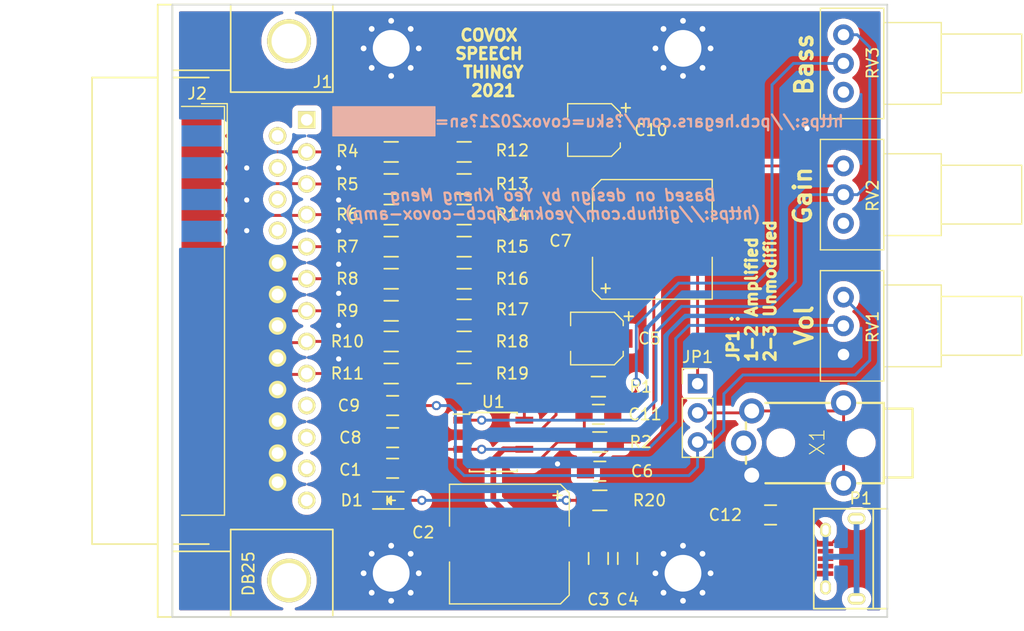
<source format=kicad_pcb>
(kicad_pcb (version 20171130) (host pcbnew "(5.1.9)-1")
  (title_block (title "Covox with Amplifier") (date 2016-07-24) (rev 3) (comment 1 "Designed by Yeo Kheng Meng"))
  (layers (0 F.Cu signal) (31 B.Cu signal) (34 B.Paste user) (35 F.Paste user) (36 B.SilkS user) (37 F.SilkS user) (38 B.Mask user) (39 F.Mask user) (44 Edge.Cuts user))
  (net 0 "")
  (net 1 GND)
  (net 2 Input+)
  (net 3 +5V)
  (net 4 "Net-(C5-Pad1)")
  (net 5 "Net-(C6-Pad1)")
  (net 6 Amp-Audio)
  (net 7 "Net-(C8-Pad1)")
  (net 8 Source-Audio)
  (net 9 "Net-(C10-Pad1)")
  (net 10 Gain8)
  (net 11 Vout)
  (net 12 "Net-(C11-Pad2)")
  (net 13 Data7)
  (net 14 Data6)
  (net 15 Data5)
  (net 16 Data4)
  (net 17 Data3)
  (net 18 Data2)
  (net 19 Data1)
  (net 20 Data0)
  (net 21 "Net-(R1-Pad2)")
  (net 22 "Net-(R12-Pad2)")
  (net 23 "Net-(R12-Pad1)")
  (net 24 "Net-(R13-Pad1)")
  (net 25 "Net-(R14-Pad1)")
  (net 26 "Net-(R15-Pad1)")
  (net 27 "Net-(R16-Pad1)")
  (net 28 "Net-(R10-Pad1)")
  (net 29 "Net-(R11-Pad1)")
  (net 30 Gain1)
  (net 31 "Net-(D1-Pad2)")
  (net 32 "Net-(C12-Pad2)")
  (net 33 "Net-(J1-Pad13)")
  (net 34 "Net-(J1-Pad12)")
  (net 35 "Net-(J1-Pad11)")
  (net 36 "Net-(J1-Pad10)")
  (net 37 "Net-(J1-Pad1)")
  (net 38 "Net-(J1-Pad17)")
  (net 39 "Net-(J1-Pad16)")
  (net 40 "Net-(J1-Pad15)")
  (net 41 "Net-(J1-Pad14)")
  (net 42 "Net-(J2-Pad14)")
  (net 43 "Net-(J2-Pad15)")
  (net 44 "Net-(J2-Pad16)")
  (net 45 "Net-(J2-Pad17)")
  (net 46 "Net-(J2-Pad1)")
  (net 47 "Net-(J2-Pad10)")
  (net 48 "Net-(J2-Pad11)")
  (net 49 "Net-(J2-Pad12)")
  (net 50 "Net-(J2-Pad13)")
  (net 51 "Net-(JP1-Pad2)")
  (net 52 "Net-(P1-Pad2)")
  (net 53 "Net-(P1-Pad3)")
  (net 54 "Net-(P1-Pad4)")
  (net 55 "Net-(RV2-Pad1)")
  (net 56 "Net-(RV3-Pad1)")
  (net 57 "Net-(X1-PadP$1)")
  (module Potentiometers:Potentiometer_Alps_RK09Y_Vertical (layer F.Cu) (at 158.42 96.28)
    (fp_text reference RV3 (at 2.54 -2.54 90) (layer F.SilkS))
    (fp_text value 10K)
    (pad 3 thru_hole circle (at 0 -5) (size 1.8 1.8) (drill 1) (layers *.Cu *.Mask) (net 30 Gain1))
    (pad 2 thru_hole circle (at 0 -2.5) (size 1.8 1.8) (drill 1) (layers *.Cu *.Mask) (net 12 "Net-(C11-Pad2)"))
    (pad 1 thru_hole circle (at 0 0) (size 1.8 1.8) (drill 1) (layers *.Cu *.Mask) (net 56 "Net-(RV3-Pad1)"))
  )
  (module db25:DB25MC (layer F.Cu) (at 111.43 115.33 90)
    (fp_text reference J1 (at 19.939 1.651) (layer F.SilkS))
    (fp_text value DB25 (at -22.9 -4.8 90) (layer F.SilkS))
    (pad "" thru_hole circle (at 23.495 -1.27 90) (size 3.81 3.81) (drill 3.048) (layers *.Cu *.Mask F.SilkS))
    (pad "" thru_hole circle (at -23.495 -1.27 90) (size 3.81 3.81) (drill 3.048) (layers *.Cu *.Mask F.SilkS))
    (pad 13 thru_hole circle (at -16.51 0.27 90) (size 1.524 1.524) (drill 1.016) (layers *.Cu *.Mask F.SilkS) (net 33 "Net-(J1-Pad13)"))
    (pad 12 thru_hole circle (at -13.716 0.27 90) (size 1.524 1.524) (drill 1.016) (layers *.Cu *.Mask F.SilkS) (net 34 "Net-(J1-Pad12)"))
    (pad 11 thru_hole circle (at -11.049 0.27 90) (size 1.524 1.524) (drill 1.016) (layers *.Cu *.Mask F.SilkS) (net 35 "Net-(J1-Pad11)"))
    (pad 10 thru_hole circle (at -8.255 0.27 90) (size 1.524 1.524) (drill 1.016) (layers *.Cu *.Mask F.SilkS) (net 36 "Net-(J1-Pad10)"))
    (pad 9 thru_hole circle (at -5.461 0.27 90) (size 1.524 1.524) (drill 1.016) (layers *.Cu *.Mask F.SilkS) (net 13 Data7))
    (pad 8 thru_hole circle (at -2.667 0.27 90) (size 1.524 1.524) (drill 1.016) (layers *.Cu *.Mask F.SilkS) (net 14 Data6))
    (pad 7 thru_hole circle (at 0 0.27 90) (size 1.524 1.524) (drill 1.016) (layers *.Cu *.Mask F.SilkS) (net 15 Data5))
    (pad 6 thru_hole circle (at 2.794 0.27 90) (size 1.524 1.524) (drill 1.016) (layers *.Cu *.Mask F.SilkS) (net 16 Data4))
    (pad 5 thru_hole circle (at 5.588 0.27 90) (size 1.524 1.524) (drill 1.016) (layers *.Cu *.Mask F.SilkS) (net 17 Data3))
    (pad 4 thru_hole circle (at 8.382 0.27 90) (size 1.524 1.524) (drill 1.016) (layers *.Cu *.Mask F.SilkS) (net 18 Data2))
    (pad 3 thru_hole circle (at 11.049 0.27 90) (size 1.524 1.524) (drill 1.016) (layers *.Cu *.Mask F.SilkS) (net 19 Data1))
    (pad 2 thru_hole circle (at 13.843 0.27 90) (size 1.524 1.524) (drill 1.016) (layers *.Cu *.Mask F.SilkS) (net 20 Data0))
    (pad 1 thru_hole rect (at 16.637 0.27 90) (size 1.524 1.524) (drill 1.016) (layers *.Cu *.Mask F.SilkS) (net 37 "Net-(J1-Pad1)"))
    (pad 25 thru_hole circle (at -14.9352 -2.27 90) (size 1.524 1.524) (drill 1.016) (layers *.Cu *.Mask F.SilkS) (net 1 GND))
    (pad 24 thru_hole circle (at -12.3952 -2.27 90) (size 1.524 1.524) (drill 1.016) (layers *.Cu *.Mask F.SilkS) (net 1 GND))
    (pad 23 thru_hole circle (at -9.6012 -2.27 90) (size 1.524 1.524) (drill 1.016) (layers *.Cu *.Mask F.SilkS) (net 1 GND))
    (pad 22 thru_hole circle (at -6.858 -2.27 90) (size 1.524 1.524) (drill 1.016) (layers *.Cu *.Mask F.SilkS) (net 1 GND))
    (pad 21 thru_hole circle (at -4.1148 -2.27 90) (size 1.524 1.524) (drill 1.016) (layers *.Cu *.Mask F.SilkS) (net 1 GND))
    (pad 20 thru_hole circle (at -1.3208 -2.27 90) (size 1.524 1.524) (drill 1.016) (layers *.Cu *.Mask F.SilkS) (net 1 GND))
    (pad 19 thru_hole circle (at 1.4224 -2.27 90) (size 1.524 1.524) (drill 1.016) (layers *.Cu *.Mask F.SilkS) (net 1 GND))
    (pad 18 thru_hole circle (at 4.1656 -2.27 90) (size 1.524 1.524) (drill 1.016) (layers *.Cu *.Mask F.SilkS) (net 1 GND))
    (pad 17 thru_hole circle (at 7.0104 -2.27 90) (size 1.524 1.524) (drill 1.016) (layers *.Cu *.Mask F.SilkS) (net 38 "Net-(J1-Pad17)"))
    (pad 16 thru_hole circle (at 9.7028 -2.27 90) (size 1.524 1.524) (drill 1.016) (layers *.Cu *.Mask F.SilkS) (net 39 "Net-(J1-Pad16)"))
    (pad 15 thru_hole circle (at 12.446 -2.27 90) (size 1.524 1.524) (drill 1.016) (layers *.Cu *.Mask F.SilkS) (net 40 "Net-(J1-Pad15)"))
    (pad 14 thru_hole circle (at 15.24 -2.27 90) (size 1.524 1.524) (drill 1.016) (layers *.Cu *.Mask F.SilkS) (net 41 "Net-(J1-Pad14)"))
  )
  (module Capacitors_SMD:CP_Elec_4x5.3 (layer F.Cu) (at 136.703 99.582 180)
    (fp_text reference C10 (at -4.953 0) (layer F.SilkS))
    (fp_text value 10uF hide)
    (fp_text user + (at -2.77 2.01) (layer F.SilkS))
    (pad 1 smd rect (at -1.8 0) (size 2.6 1.6) (layers F.Cu F.Paste F.Mask) (net 9 "Net-(C10-Pad1)"))
    (pad 2 smd rect (at 1.8 0) (size 2.6 1.6) (layers F.Cu F.Paste F.Mask) (net 10 Gain8))
  )
  (module Capacitors_SMD:CP_Elec_4x5.3 (layer F.Cu) (at 136.957 117.743 180)
    (fp_text reference C5 (at -4.572 0 180) (layer F.SilkS))
    (fp_text value 10uF hide)
    (fp_text user + (at -2.77 2.01) (layer F.SilkS))
    (pad 1 smd rect (at -1.8 0) (size 2.6 1.6) (layers F.Cu F.Paste F.Mask) (net 4 "Net-(C5-Pad1)"))
    (pad 2 smd rect (at 1.8 0) (size 2.6 1.6) (layers F.Cu F.Paste F.Mask) (net 1 GND))
  )
  (module Capacitors_SMD:CP_Elec_10x10.5 (layer F.Cu) (at 141.783 109.107)
    (fp_text reference C7 (at -8.001 0.127 180) (layer F.SilkS))
    (fp_text value 1000uF hide)
    (fp_text user + (at -4.064 4.191) (layer F.SilkS))
    (pad 1 smd rect (at -4 0 180) (size 4 2.5) (layers F.Cu F.Paste F.Mask) (net 5 "Net-(C6-Pad1)"))
    (pad 2 smd rect (at 4 0 180) (size 4 2.5) (layers F.Cu F.Paste F.Mask) (net 6 Amp-Audio))
  )
  (module Capacitors_SMD:CP_Elec_10x10.5 (layer F.Cu) (at 129.337 135.65 180)
    (fp_text reference C2 (at 7.493 1.016) (layer F.SilkS))
    (fp_text value 100uF hide)
    (fp_text user + (at -4.191 4.318) (layer F.SilkS))
    (pad 1 smd rect (at -4 0) (size 4 2.5) (layers F.Cu F.Paste F.Mask) (net 3 +5V))
    (pad 2 smd rect (at 4 0) (size 4 2.5) (layers F.Cu F.Paste F.Mask) (net 1 GND))
  )
  (module Sebs:mj-2135-MJ-2135 (layer F.Cu) (at 155.88 126.76 270)
    (fp_text reference X1 (at 0 -0.254 270) (layer F.SilkS) (effects (font (size 1.27 1.27) (thickness 0.1016))))
    (fp_text value Amp hide)
    (pad "" np_thru_hole circle (at 0.06 2.92 270) (size 1.5 1.5) (drill 1.5) (layers *.Cu *.Mask))
    (pad "" np_thru_hole circle (at 0.07 -4.09 270) (size 1.5 1.5) (drill 1.5) (layers *.Cu *.Mask))
    (pad P$5 thru_hole circle (at 3.58902 -2.54762 270) (size 2.18186 2.18186) (drill 1.29794) (layers *.Cu *.Mask F.Paste) (net 51 "Net-(JP1-Pad2)"))
    (pad P$4 thru_hole circle (at -3.40868 -2.54762 270) (size 2.18186 2.18186) (drill 1.29794) (layers *.Cu *.Mask F.Paste) (net 51 "Net-(JP1-Pad2)"))
    (pad P$3 thru_hole circle (at -2.70764 5.4483 270) (size 2.18186 2.18186) (drill 1.29794) (layers *.Cu *.Mask F.Paste) (net 51 "Net-(JP1-Pad2)"))
    (pad P$2 thru_hole circle (at 2.88798 5.4483 270) (size 2.18186 2.18186) (drill 1.29794) (layers *.Cu *.Mask F.Paste) (net 1 GND))
    (pad P$1 thru_hole circle (at 0.0889 6.14934 270) (size 2.18186 2.18186) (drill 1.29794) (layers *.Cu *.Mask F.Paste) (net 57 "Net-(X1-PadP$1)"))
  )
  (module Potentiometers:Potentiometer_Alps_RK09Y_Vertical (layer F.Cu) (at 158.42 107.71)
    (fp_text reference RV2 (at 2.54 -2.413 90) (layer F.SilkS))
    (fp_text value 10K)
    (pad 3 thru_hole circle (at 0 -5) (size 1.8 1.8) (drill 1) (layers *.Cu *.Mask) (net 9 "Net-(C10-Pad1)"))
    (pad 2 thru_hole circle (at 0 -2.5) (size 1.8 1.8) (drill 1) (layers *.Cu *.Mask) (net 30 Gain1))
    (pad 1 thru_hole circle (at 0 0) (size 1.8 1.8) (drill 1) (layers *.Cu *.Mask) (net 55 "Net-(RV2-Pad1)"))
  )
  (module Mounting_Holes:MountingHole_3.2mm_M3_Pad_Via (layer F.Cu) (at 119.05 138.19)
    (fp_text reference MH3 hide)
    (fp_text value MOUNTHOLE)
    (pad 1 thru_hole circle (at 0 0) (size 6.4 6.4) (drill 3.2) (layers *.Cu *.Mask) (net 1 GND))
    (pad 1 thru_hole circle (at 2.4 0) (size 0.8 0.8) (drill 0.5) (layers *.Cu *.Mask) (net 1 GND))
    (pad 1 thru_hole circle (at 1.697056 1.697056) (size 0.8 0.8) (drill 0.5) (layers *.Cu *.Mask) (net 1 GND))
    (pad 1 thru_hole circle (at 0 2.4) (size 0.8 0.8) (drill 0.5) (layers *.Cu *.Mask) (net 1 GND))
    (pad 1 thru_hole circle (at -1.697056 1.697056) (size 0.8 0.8) (drill 0.5) (layers *.Cu *.Mask) (net 1 GND))
    (pad 1 thru_hole circle (at -2.4 0) (size 0.8 0.8) (drill 0.5) (layers *.Cu *.Mask) (net 1 GND))
    (pad 1 thru_hole circle (at -1.697056 -1.697056) (size 0.8 0.8) (drill 0.5) (layers *.Cu *.Mask) (net 1 GND))
    (pad 1 thru_hole circle (at 0 -2.4) (size 0.8 0.8) (drill 0.5) (layers *.Cu *.Mask) (net 1 GND))
    (pad 1 thru_hole circle (at 1.697056 -1.697056) (size 0.8 0.8) (drill 0.5) (layers *.Cu *.Mask) (net 1 GND))
  )
  (module Mounting_Holes:MountingHole_3.2mm_M3_Pad_Via (layer F.Cu) (at 119.05 92.47)
    (fp_text reference MH4 hide)
    (fp_text value MOUNTHOLE)
    (pad 1 thru_hole circle (at 0 0) (size 6.4 6.4) (drill 3.2) (layers *.Cu *.Mask) (net 1 GND))
    (pad 1 thru_hole circle (at 2.4 0) (size 0.8 0.8) (drill 0.5) (layers *.Cu *.Mask) (net 1 GND))
    (pad 1 thru_hole circle (at 1.697056 1.697056) (size 0.8 0.8) (drill 0.5) (layers *.Cu *.Mask) (net 1 GND))
    (pad 1 thru_hole circle (at 0 2.4) (size 0.8 0.8) (drill 0.5) (layers *.Cu *.Mask) (net 1 GND))
    (pad 1 thru_hole circle (at -1.697056 1.697056) (size 0.8 0.8) (drill 0.5) (layers *.Cu *.Mask) (net 1 GND))
    (pad 1 thru_hole circle (at -2.4 0) (size 0.8 0.8) (drill 0.5) (layers *.Cu *.Mask) (net 1 GND))
    (pad 1 thru_hole circle (at -1.697056 -1.697056) (size 0.8 0.8) (drill 0.5) (layers *.Cu *.Mask) (net 1 GND))
    (pad 1 thru_hole circle (at 0 -2.4) (size 0.8 0.8) (drill 0.5) (layers *.Cu *.Mask) (net 1 GND))
    (pad 1 thru_hole circle (at 1.697056 -1.697056) (size 0.8 0.8) (drill 0.5) (layers *.Cu *.Mask) (net 1 GND))
  )
  (module Mounting_Holes:MountingHole_3.2mm_M3_Pad_Via (layer F.Cu) (at 144.45 138.19)
    (fp_text reference MH2 hide)
    (fp_text value MOUNTHOLE)
    (pad 1 thru_hole circle (at 0 0) (size 6.4 6.4) (drill 3.2) (layers *.Cu *.Mask) (net 1 GND))
    (pad 1 thru_hole circle (at 2.4 0) (size 0.8 0.8) (drill 0.5) (layers *.Cu *.Mask) (net 1 GND))
    (pad 1 thru_hole circle (at 1.697056 1.697056) (size 0.8 0.8) (drill 0.5) (layers *.Cu *.Mask) (net 1 GND))
    (pad 1 thru_hole circle (at 0 2.4) (size 0.8 0.8) (drill 0.5) (layers *.Cu *.Mask) (net 1 GND))
    (pad 1 thru_hole circle (at -1.697056 1.697056) (size 0.8 0.8) (drill 0.5) (layers *.Cu *.Mask) (net 1 GND))
    (pad 1 thru_hole circle (at -2.4 0) (size 0.8 0.8) (drill 0.5) (layers *.Cu *.Mask) (net 1 GND))
    (pad 1 thru_hole circle (at -1.697056 -1.697056) (size 0.8 0.8) (drill 0.5) (layers *.Cu *.Mask) (net 1 GND))
    (pad 1 thru_hole circle (at 0 -2.4) (size 0.8 0.8) (drill 0.5) (layers *.Cu *.Mask) (net 1 GND))
    (pad 1 thru_hole circle (at 1.697056 -1.697056) (size 0.8 0.8) (drill 0.5) (layers *.Cu *.Mask) (net 1 GND))
  )
  (module Mounting_Holes:MountingHole_3.2mm_M3_Pad_Via (layer F.Cu) (at 144.45 92.47)
    (fp_text reference MH1 hide)
    (fp_text value MOUNTHOLE)
    (pad 1 thru_hole circle (at 0 0) (size 6.4 6.4) (drill 3.2) (layers *.Cu *.Mask) (net 1 GND))
    (pad 1 thru_hole circle (at 2.4 0) (size 0.8 0.8) (drill 0.5) (layers *.Cu *.Mask) (net 1 GND))
    (pad 1 thru_hole circle (at 1.697056 1.697056) (size 0.8 0.8) (drill 0.5) (layers *.Cu *.Mask) (net 1 GND))
    (pad 1 thru_hole circle (at 0 2.4) (size 0.8 0.8) (drill 0.5) (layers *.Cu *.Mask) (net 1 GND))
    (pad 1 thru_hole circle (at -1.697056 1.697056) (size 0.8 0.8) (drill 0.5) (layers *.Cu *.Mask) (net 1 GND))
    (pad 1 thru_hole circle (at -2.4 0) (size 0.8 0.8) (drill 0.5) (layers *.Cu *.Mask) (net 1 GND))
    (pad 1 thru_hole circle (at -1.697056 -1.697056) (size 0.8 0.8) (drill 0.5) (layers *.Cu *.Mask) (net 1 GND))
    (pad 1 thru_hole circle (at 0 -2.4) (size 0.8 0.8) (drill 0.5) (layers *.Cu *.Mask) (net 1 GND))
    (pad 1 thru_hole circle (at 1.697056 -1.697056) (size 0.8 0.8) (drill 0.5) (layers *.Cu *.Mask) (net 1 GND))
  )
  (module Sebs:DSUB-25_Male_EdgeMount_P2.77mm (layer F.Cu) (at 102.54 115.33 270)
    (fp_text reference J2 (at -18.923 0.381 180) (layer F.SilkS))
    (fp_text value DB25)
    (pad 1 smd rect (at -16.62 0 270) (size 1.846667 3.48) (layers F.Cu F.Paste F.Mask) (net 46 "Net-(J2-Pad1)"))
    (pad 2 smd rect (at -13.85 0 270) (size 1.846667 3.48) (layers F.Cu F.Paste F.Mask) (net 20 Data0))
    (pad 3 smd rect (at -11.08 0 270) (size 1.846667 3.48) (layers F.Cu F.Paste F.Mask) (net 19 Data1))
    (pad 4 smd rect (at -8.31 0 270) (size 1.846667 3.48) (layers F.Cu F.Paste F.Mask) (net 18 Data2))
    (pad 5 smd rect (at -5.54 0 270) (size 1.846667 3.48) (layers F.Cu F.Paste F.Mask) (net 17 Data3))
    (pad 6 smd rect (at -2.77 0 270) (size 1.846667 3.48) (layers F.Cu F.Paste F.Mask) (net 16 Data4))
    (pad 7 smd rect (at 0 0 270) (size 1.846667 3.48) (layers F.Cu F.Paste F.Mask) (net 15 Data5))
    (pad 8 smd rect (at 2.77 0 270) (size 1.846667 3.48) (layers F.Cu F.Paste F.Mask) (net 14 Data6))
    (pad 9 smd rect (at 5.54 0 270) (size 1.846667 3.48) (layers F.Cu F.Paste F.Mask) (net 13 Data7))
    (pad 10 smd rect (at 8.31 0 270) (size 1.846667 3.48) (layers F.Cu F.Paste F.Mask) (net 47 "Net-(J2-Pad10)"))
    (pad 11 smd rect (at 11.08 0 270) (size 1.846667 3.48) (layers F.Cu F.Paste F.Mask) (net 48 "Net-(J2-Pad11)"))
    (pad 12 smd rect (at 13.85 0 270) (size 1.846667 3.48) (layers F.Cu F.Paste F.Mask) (net 49 "Net-(J2-Pad12)"))
    (pad 13 smd rect (at 16.62 0 270) (size 1.846667 3.48) (layers F.Cu F.Paste F.Mask) (net 50 "Net-(J2-Pad13)"))
    (pad 14 smd rect (at -15.235 0 270) (size 1.846667 3.48) (layers B.Cu B.Paste B.Mask) (net 42 "Net-(J2-Pad14)"))
    (pad 15 smd rect (at -12.465 0 270) (size 1.846667 3.48) (layers B.Cu B.Paste B.Mask) (net 43 "Net-(J2-Pad15)"))
    (pad 16 smd rect (at -9.695 0 270) (size 1.846667 3.48) (layers B.Cu B.Paste B.Mask) (net 44 "Net-(J2-Pad16)"))
    (pad 17 smd rect (at -6.925 0 270) (size 1.846667 3.48) (layers B.Cu B.Paste B.Mask) (net 45 "Net-(J2-Pad17)"))
    (pad 18 smd rect (at -4.155 0 270) (size 1.846667 3.48) (layers B.Cu B.Paste B.Mask) (net 1 GND))
    (pad 19 smd rect (at -1.385 0 270) (size 1.846667 3.48) (layers B.Cu B.Paste B.Mask) (net 1 GND))
    (pad 20 smd rect (at 1.385 0 270) (size 1.846667 3.48) (layers B.Cu B.Paste B.Mask) (net 1 GND))
    (pad 21 smd rect (at 4.155 0 270) (size 1.846667 3.48) (layers B.Cu B.Paste B.Mask) (net 1 GND))
    (pad 22 smd rect (at 6.925 0 270) (size 1.846667 3.48) (layers B.Cu B.Paste B.Mask) (net 1 GND))
    (pad 23 smd rect (at 9.695 0 270) (size 1.846667 3.48) (layers B.Cu B.Paste B.Mask) (net 1 GND))
    (pad 24 smd rect (at 12.465 0 270) (size 1.846667 3.48) (layers B.Cu B.Paste B.Mask) (net 1 GND))
    (pad 25 smd rect (at 15.235 0 270) (size 1.846667 3.48) (layers B.Cu B.Paste B.Mask) (net 1 GND))
  )
  (module Potentiometers:Potentiometer_Alps_RK09Y_Vertical (layer F.Cu) (at 158.42 119.14)
    (fp_text reference RV1 (at 2.54 -2.413 90) (layer F.SilkS))
    (fp_text value 10K)
    (pad 3 thru_hole circle (at 0 -5) (size 1.8 1.8) (drill 1) (layers *.Cu *.Mask) (net 8 Source-Audio))
    (pad 2 thru_hole circle (at 0 -2.5) (size 1.8 1.8) (drill 1) (layers *.Cu *.Mask) (net 2 Input+))
    (pad 1 thru_hole circle (at 0 0) (size 1.8 1.8) (drill 1) (layers *.Cu *.Mask) (net 1 GND))
  )
  (module Pin_Headers:Pin_Header_Straight_1x03_Pitch2.54mm (layer F.Cu) (at 145.72 121.68)
    (fp_text reference JP1 (at 0 -2.33) (layer F.SilkS))
    (fp_text value Jumper_3_Open)
    (pad 1 thru_hole rect (at 0 0) (size 1.7 1.7) (drill 1) (layers *.Cu *.Mask) (net 6 Amp-Audio))
    (pad 2 thru_hole oval (at 0 2.54) (size 1.7 1.7) (drill 1) (layers *.Cu *.Mask) (net 51 "Net-(JP1-Pad2)"))
    (pad 3 thru_hole oval (at 0 5.08) (size 1.7 1.7) (drill 1) (layers *.Cu *.Mask) (net 8 Source-Audio))
  )
  (module Capacitors_SMD:C_0805_HandSoldering (layer F.Cu) (at 119.177 129.046)
    (fp_text reference C1 (at -3.683 0.127) (layer F.SilkS))
    (fp_text value 470pF hide)
    (pad 1 smd rect (at -1.25 0) (size 1.5 1.25) (layers F.Cu F.Paste F.Mask) (net 1 GND))
    (pad 2 smd rect (at 1.25 0) (size 1.5 1.25) (layers F.Cu F.Paste F.Mask) (net 2 Input+))
  )
  (module Capacitors_SMD:C_0805_HandSoldering (layer F.Cu) (at 137.084 136.9 270)
    (fp_text reference C3 (at 3.576 0) (layer F.SilkS))
    (fp_text value 0.1uF hide)
    (pad 1 smd rect (at -1.25 0 270) (size 1.5 1.25) (layers F.Cu F.Paste F.Mask) (net 3 +5V))
    (pad 2 smd rect (at 1.25 0 270) (size 1.5 1.25) (layers F.Cu F.Paste F.Mask) (net 1 GND))
  )
  (module Capacitors_SMD:C_0805_HandSoldering (layer F.Cu) (at 139.624 136.9 270)
    (fp_text reference C4 (at 3.576 0) (layer F.SilkS))
    (fp_text value 0.1uF hide)
    (pad 1 smd rect (at -1.25 0 270) (size 1.5 1.25) (layers F.Cu F.Paste F.Mask) (net 3 +5V))
    (pad 2 smd rect (at 1.25 0 270) (size 1.5 1.25) (layers F.Cu F.Paste F.Mask) (net 1 GND))
  )
  (module Capacitors_SMD:C_0805_HandSoldering (layer F.Cu) (at 137.211 129.3)
    (fp_text reference C6 (at 3.683 0 180) (layer F.SilkS))
    (fp_text value 0.1uF hide)
    (pad 1 smd rect (at -1.25 0) (size 1.5 1.25) (layers F.Cu F.Paste F.Mask) (net 5 "Net-(C6-Pad1)"))
    (pad 2 smd rect (at 1.25 0) (size 1.5 1.25) (layers F.Cu F.Paste F.Mask) (net 1 GND))
  )
  (module Capacitors_SMD:C_0805_HandSoldering (layer F.Cu) (at 119.177 126.379)
    (fp_text reference C8 (at -3.683 0 -180) (layer F.SilkS))
    (fp_text value 0.01uF hide)
    (pad 1 smd rect (at -1.25 0) (size 1.5 1.25) (layers F.Cu F.Paste F.Mask) (net 7 "Net-(C8-Pad1)"))
    (pad 2 smd rect (at 1.25 0) (size 1.5 1.25) (layers F.Cu F.Paste F.Mask) (net 1 GND))
  )
  (module Capacitors_SMD:C_0805_HandSoldering (layer F.Cu) (at 119.177 123.585)
    (fp_text reference C9 (at -3.81 0) (layer F.SilkS))
    (fp_text value 0.1uF hide)
    (pad 1 smd rect (at -1.25 0) (size 1.5 1.25) (layers F.Cu F.Paste F.Mask) (net 7 "Net-(C8-Pad1)"))
    (pad 2 smd rect (at 1.25 0) (size 1.5 1.25) (layers F.Cu F.Paste F.Mask) (net 8 Source-Audio))
  )
  (module Capacitors_SMD:C_0805_HandSoldering (layer F.Cu) (at 137.084 124.347)
    (fp_text reference C11 (at 4.064 0 180) (layer F.SilkS))
    (fp_text value 33000pF hide)
    (pad 1 smd rect (at -1.25 0) (size 1.5 1.25) (layers F.Cu F.Paste F.Mask) (net 11 Vout))
    (pad 2 smd rect (at 1.25 0) (size 1.5 1.25) (layers F.Cu F.Paste F.Mask) (net 12 "Net-(C11-Pad2)"))
  )
  (module Connect:USB_Micro-B (layer F.Cu) (at 158.42 136.92 90)
    (fp_text reference P1 (at 5.25 1.5 180) (layer F.SilkS))
    (fp_text value USB hide)
    (pad 1 smd rect (at -1.3009 -1.56254 180) (size 1.35 0.4) (layers F.Cu F.Paste F.Mask) (net 3 +5V))
    (pad 2 smd rect (at -0.6509 -1.56254 180) (size 1.35 0.4) (layers F.Cu F.Paste F.Mask) (net 52 "Net-(P1-Pad2)"))
    (pad 3 smd rect (at -0.0009 -1.56254 180) (size 1.35 0.4) (layers F.Cu F.Paste F.Mask) (net 53 "Net-(P1-Pad3)"))
    (pad 4 smd rect (at 0.6491 -1.56254 180) (size 1.35 0.4) (layers F.Cu F.Paste F.Mask) (net 54 "Net-(P1-Pad4)"))
    (pad 5 smd rect (at 1.2991 -1.56254 180) (size 1.35 0.4) (layers F.Cu F.Paste F.Mask) (net 1 GND))
    (pad 6 thru_hole oval (at -2.5009 -1.56254 180) (size 0.95 1.25) (drill oval 0.55 0.85) (layers *.Cu *.Mask F.SilkS) (net 32 "Net-(C12-Pad2)"))
    (pad 6 thru_hole oval (at 2.4991 -1.56254 180) (size 0.95 1.25) (drill oval 0.55 0.85) (layers *.Cu *.Mask F.SilkS) (net 32 "Net-(C12-Pad2)"))
    (pad 6 thru_hole oval (at -3.5009 1.13746 180) (size 1.55 1) (drill oval 1.15 0.5) (layers *.Cu *.Mask F.SilkS) (net 32 "Net-(C12-Pad2)"))
    (pad 6 thru_hole oval (at 3.4991 1.13746 180) (size 1.55 1) (drill oval 1.15 0.5) (layers *.Cu *.Mask F.SilkS) (net 32 "Net-(C12-Pad2)"))
  )
  (module Resistors_SMD:R_0805_HandSoldering (layer F.Cu) (at 137.084 121.934 180)
    (fp_text reference R1 (at -3.683 0 180) (layer F.SilkS))
    (fp_text value 10K hide)
    (pad 1 smd rect (at -1.35 0 180) (size 1.5 1.3) (layers F.Cu F.Paste F.Mask) (net 4 "Net-(C5-Pad1)"))
    (pad 2 smd rect (at 1.35 0 180) (size 1.5 1.3) (layers F.Cu F.Paste F.Mask) (net 21 "Net-(R1-Pad2)"))
  )
  (module Resistors_SMD:R_0805_HandSoldering (layer F.Cu) (at 137.211 126.76 180)
    (fp_text reference R2 (at -3.556 0 180) (layer F.SilkS))
    (fp_text value 10 hide)
    (pad 1 smd rect (at -1.35 0 180) (size 1.5 1.3) (layers F.Cu F.Paste F.Mask) (net 5 "Net-(C6-Pad1)"))
    (pad 2 smd rect (at 1.35 0 180) (size 1.5 1.3) (layers F.Cu F.Paste F.Mask) (net 11 Vout))
  )
  (module Resistors_SMD:R_0805_HandSoldering (layer F.Cu) (at 119.05 98.693 180)
    (fp_text reference R3 (at 3.81 -0.127) (layer F.SilkS))
    (fp_text value 20K hide)
    (pad 1 smd rect (at -1.35 0 180) (size 1.5 1.3) (layers F.Cu F.Paste F.Mask) (net 22 "Net-(R12-Pad2)"))
    (pad 2 smd rect (at 1.35 0 180) (size 1.5 1.3) (layers F.Cu F.Paste F.Mask) (net 1 GND))
  )
  (module Resistors_SMD:R_0805_HandSoldering (layer F.Cu) (at 119.05 101.487 180)
    (fp_text reference R4 (at 3.81 0.06 180) (layer F.SilkS))
    (fp_text value 20K hide)
    (pad 1 smd rect (at -1.35 0 180) (size 1.5 1.3) (layers F.Cu F.Paste F.Mask) (net 22 "Net-(R12-Pad2)"))
    (pad 2 smd rect (at 1.35 0 180) (size 1.5 1.3) (layers F.Cu F.Paste F.Mask) (net 20 Data0))
  )
  (module Resistors_SMD:R_0805_HandSoldering (layer F.Cu) (at 119.05 104.281 180)
    (fp_text reference R5 (at 3.81 -0.03) (layer F.SilkS))
    (fp_text value 20K hide)
    (pad 1 smd rect (at -1.35 0 180) (size 1.5 1.3) (layers F.Cu F.Paste F.Mask) (net 23 "Net-(R12-Pad1)"))
    (pad 2 smd rect (at 1.35 0 180) (size 1.5 1.3) (layers F.Cu F.Paste F.Mask) (net 19 Data1))
  )
  (module Resistors_SMD:R_0805_HandSoldering (layer F.Cu) (at 119.05 106.948 180)
    (fp_text reference R6 (at 3.81 0) (layer F.SilkS))
    (fp_text value 20K hide)
    (pad 1 smd rect (at -1.35 0 180) (size 1.5 1.3) (layers F.Cu F.Paste F.Mask) (net 24 "Net-(R13-Pad1)"))
    (pad 2 smd rect (at 1.35 0 180) (size 1.5 1.3) (layers F.Cu F.Paste F.Mask) (net 18 Data2))
  )
  (module Resistors_SMD:R_0805_HandSoldering (layer F.Cu) (at 119.05 109.742 180)
    (fp_text reference R7 (at 3.81 0 180) (layer F.SilkS))
    (fp_text value 20K hide)
    (pad 1 smd rect (at -1.35 0 180) (size 1.5 1.3) (layers F.Cu F.Paste F.Mask) (net 25 "Net-(R14-Pad1)"))
    (pad 2 smd rect (at 1.35 0 180) (size 1.5 1.3) (layers F.Cu F.Paste F.Mask) (net 17 Data3))
  )
  (module Resistors_SMD:R_0805_HandSoldering (layer F.Cu) (at 119.05 112.536 180)
    (fp_text reference R8 (at 3.81 0 180) (layer F.SilkS))
    (fp_text value 20K hide)
    (pad 1 smd rect (at -1.35 0 180) (size 1.5 1.3) (layers F.Cu F.Paste F.Mask) (net 26 "Net-(R15-Pad1)"))
    (pad 2 smd rect (at 1.35 0 180) (size 1.5 1.3) (layers F.Cu F.Paste F.Mask) (net 16 Data4))
  )
  (module Resistors_SMD:R_0805_HandSoldering (layer F.Cu) (at 119.05 115.33 180)
    (fp_text reference R9 (at 3.81 0 180) (layer F.SilkS))
    (fp_text value 20K hide)
    (pad 1 smd rect (at -1.35 0 180) (size 1.5 1.3) (layers F.Cu F.Paste F.Mask) (net 27 "Net-(R16-Pad1)"))
    (pad 2 smd rect (at 1.35 0 180) (size 1.5 1.3) (layers F.Cu F.Paste F.Mask) (net 15 Data5))
  )
  (module Resistors_SMD:R_0805_HandSoldering (layer F.Cu) (at 119.05 117.997 180)
    (fp_text reference R10 (at 3.81 0) (layer F.SilkS))
    (fp_text value 20K hide)
    (pad 1 smd rect (at -1.35 0 180) (size 1.5 1.3) (layers F.Cu F.Paste F.Mask) (net 28 "Net-(R10-Pad1)"))
    (pad 2 smd rect (at 1.35 0 180) (size 1.5 1.3) (layers F.Cu F.Paste F.Mask) (net 14 Data6))
  )
  (module Resistors_SMD:R_0805_HandSoldering (layer F.Cu) (at 119.05 120.791 180)
    (fp_text reference R11 (at 3.81 0) (layer F.SilkS))
    (fp_text value 20K hide)
    (pad 1 smd rect (at -1.35 0 180) (size 1.5 1.3) (layers F.Cu F.Paste F.Mask) (net 29 "Net-(R11-Pad1)"))
    (pad 2 smd rect (at 1.35 0 180) (size 1.5 1.3) (layers F.Cu F.Paste F.Mask) (net 13 Data7))
  )
  (module Resistors_SMD:R_0805_HandSoldering (layer F.Cu) (at 125.4 101.487 180)
    (fp_text reference R12 (at -4.191 0.127 180) (layer F.SilkS))
    (fp_text value 10K hide)
    (pad 1 smd rect (at -1.35 0 180) (size 1.5 1.3) (layers F.Cu F.Paste F.Mask) (net 23 "Net-(R12-Pad1)"))
    (pad 2 smd rect (at 1.35 0 180) (size 1.5 1.3) (layers F.Cu F.Paste F.Mask) (net 22 "Net-(R12-Pad2)"))
  )
  (module Resistors_SMD:R_0805_HandSoldering (layer F.Cu) (at 125.4 104.281 180)
    (fp_text reference R13 (at -4.191 0 180) (layer F.SilkS))
    (fp_text value 10K hide)
    (pad 1 smd rect (at -1.35 0 180) (size 1.5 1.3) (layers F.Cu F.Paste F.Mask) (net 24 "Net-(R13-Pad1)"))
    (pad 2 smd rect (at 1.35 0 180) (size 1.5 1.3) (layers F.Cu F.Paste F.Mask) (net 23 "Net-(R12-Pad1)"))
  )
  (module Resistors_SMD:R_0805_HandSoldering (layer F.Cu) (at 125.4 106.948 180)
    (fp_text reference R14 (at -4.191 0) (layer F.SilkS))
    (fp_text value 10K hide)
    (pad 1 smd rect (at -1.35 0 180) (size 1.5 1.3) (layers F.Cu F.Paste F.Mask) (net 25 "Net-(R14-Pad1)"))
    (pad 2 smd rect (at 1.35 0 180) (size 1.5 1.3) (layers F.Cu F.Paste F.Mask) (net 24 "Net-(R13-Pad1)"))
  )
  (module Resistors_SMD:R_0805_HandSoldering (layer F.Cu) (at 125.4 109.742 180)
    (fp_text reference R15 (at -4.191 0) (layer F.SilkS))
    (fp_text value 10K hide)
    (pad 1 smd rect (at -1.35 0 180) (size 1.5 1.3) (layers F.Cu F.Paste F.Mask) (net 26 "Net-(R15-Pad1)"))
    (pad 2 smd rect (at 1.35 0 180) (size 1.5 1.3) (layers F.Cu F.Paste F.Mask) (net 25 "Net-(R14-Pad1)"))
  )
  (module Resistors_SMD:R_0805_HandSoldering (layer F.Cu) (at 125.4 112.536 180)
    (fp_text reference R16 (at -4.191 0) (layer F.SilkS))
    (fp_text value 10K hide)
    (pad 1 smd rect (at -1.35 0 180) (size 1.5 1.3) (layers F.Cu F.Paste F.Mask) (net 27 "Net-(R16-Pad1)"))
    (pad 2 smd rect (at 1.35 0 180) (size 1.5 1.3) (layers F.Cu F.Paste F.Mask) (net 26 "Net-(R15-Pad1)"))
  )
  (module Resistors_SMD:R_0805_HandSoldering (layer F.Cu) (at 125.4 115.203 180)
    (fp_text reference R17 (at -4.191 0) (layer F.SilkS))
    (fp_text value 10K hide)
    (pad 1 smd rect (at -1.35 0 180) (size 1.5 1.3) (layers F.Cu F.Paste F.Mask) (net 28 "Net-(R10-Pad1)"))
    (pad 2 smd rect (at 1.35 0 180) (size 1.5 1.3) (layers F.Cu F.Paste F.Mask) (net 27 "Net-(R16-Pad1)"))
  )
  (module Resistors_SMD:R_0805_HandSoldering (layer F.Cu) (at 125.4 117.997 180)
    (fp_text reference R18 (at -4.191 0) (layer F.SilkS))
    (fp_text value 10K hide)
    (pad 1 smd rect (at -1.35 0 180) (size 1.5 1.3) (layers F.Cu F.Paste F.Mask) (net 29 "Net-(R11-Pad1)"))
    (pad 2 smd rect (at 1.35 0 180) (size 1.5 1.3) (layers F.Cu F.Paste F.Mask) (net 28 "Net-(R10-Pad1)"))
  )
  (module Resistors_SMD:R_0805_HandSoldering (layer F.Cu) (at 125.4 120.791 180)
    (fp_text reference R19 (at -4.191 0) (layer F.SilkS))
    (fp_text value 10K hide)
    (pad 1 smd rect (at -1.35 0 180) (size 1.5 1.3) (layers F.Cu F.Paste F.Mask) (net 7 "Net-(C8-Pad1)"))
    (pad 2 smd rect (at 1.35 0 180) (size 1.5 1.3) (layers F.Cu F.Paste F.Mask) (net 29 "Net-(R11-Pad1)"))
  )
  (module Housings_SOIC:SOIC-8_3.9x4.9mm_Pitch1.27mm (layer F.Cu) (at 127.94 126.76)
    (fp_text reference U1 (at 0 -3.5) (layer F.SilkS))
    (fp_text value LM386 hide)
    (pad 1 smd rect (at -2.7 -1.905) (size 1.55 0.6) (layers F.Cu F.Paste F.Mask) (net 30 Gain1))
    (pad 2 smd rect (at -2.7 -0.635) (size 1.55 0.6) (layers F.Cu F.Paste F.Mask) (net 1 GND))
    (pad 3 smd rect (at -2.7 0.635) (size 1.55 0.6) (layers F.Cu F.Paste F.Mask) (net 2 Input+))
    (pad 4 smd rect (at -2.7 1.905) (size 1.55 0.6) (layers F.Cu F.Paste F.Mask) (net 1 GND))
    (pad 5 smd rect (at 2.7 1.905) (size 1.55 0.6) (layers F.Cu F.Paste F.Mask) (net 11 Vout))
    (pad 6 smd rect (at 2.7 0.635) (size 1.55 0.6) (layers F.Cu F.Paste F.Mask) (net 3 +5V))
    (pad 7 smd rect (at 2.7 -0.635) (size 1.55 0.6) (layers F.Cu F.Paste F.Mask) (net 21 "Net-(R1-Pad2)"))
    (pad 8 smd rect (at 2.7 -1.905) (size 1.55 0.6) (layers F.Cu F.Paste F.Mask) (net 10 Gain8))
  )
  (module LEDs:LED_0805 (layer F.Cu) (at 119.05 131.84)
    (fp_text reference D1 (at -3.429 0) (layer F.SilkS))
    (fp_text value Yellow hide)
    (pad 2 smd rect (at 1.04902 0 180) (size 1.19888 1.19888) (layers F.Cu F.Paste F.Mask) (net 31 "Net-(D1-Pad2)"))
    (pad 1 smd rect (at -1.04902 0 180) (size 1.19888 1.19888) (layers F.Cu F.Paste F.Mask) (net 1 GND))
  )
  (module Resistors_SMD:R_0805_HandSoldering (layer F.Cu) (at 137.211 131.84 180)
    (fp_text reference R20 (at -4.318 0) (layer F.SilkS))
    (fp_text value 1500 hide)
    (pad 1 smd rect (at -1.35 0 180) (size 1.5 1.3) (layers F.Cu F.Paste F.Mask) (net 3 +5V))
    (pad 2 smd rect (at 1.35 0 180) (size 1.5 1.3) (layers F.Cu F.Paste F.Mask) (net 31 "Net-(D1-Pad2)"))
  )
  (module Capacitors_SMD:C_0805_HandSoldering (layer F.Cu) (at 152.07 133.11)
    (fp_text reference C12 (at -3.937 0 180) (layer F.SilkS))
    (fp_text value 0.1uF hide)
    (pad 1 smd rect (at -1.25 0) (size 1.5 1.25) (layers F.Cu F.Paste F.Mask) (net 1 GND))
    (pad 2 smd rect (at 1.25 0) (size 1.5 1.25) (layers F.Cu F.Paste F.Mask) (net 32 "Net-(C12-Pad2)"))
  )
  (gr_poly (pts (xy 122.86 100.09) (xy 113.97 100.09) (xy 113.97 97.55) (xy 122.86 97.55)) (layer B.SilkS) (width 0.1))
  (gr_text https://pcb.hegars.com/?sku=covox2021?sn= (at 140.64 98.82) (layer B.SilkS) (effects (font (size 1 1) (thickness 0.2)) (justify mirror)))
  (gr_text "Based on design by Yeo Kheng Meng\n(https://github.com/yeokm1/pcb-covox-amp)" (at 133.147 106.059) (layer B.SilkS) (effects (font (size 1 1) (thickness 0.2) italic) (justify mirror)))
  (gr_text "COVOX \nSPEECH \nTHINGY\n2021" (at 127.94 93.74) (layer F.SilkS) (effects (font (size 1 1) (thickness 0.25))))
  (gr_text "JP1 : \n1-2 Amplified\n2-3 Unmodified" (at 150.419 119.902 90) (layer F.SilkS) (effects (font (size 1 1) (thickness 0.25)) (justify left)))
  (gr_line (start 100 142) (end 100 88.66) (angle 90) (layer Edge.Cuts) (width 0.15))
  (gr_text Gain (at 154.864 105.297 90) (layer F.SilkS) (effects (font (size 1.5 1.5) (thickness 0.3))))
  (gr_text Vol (at 154.991 116.6 90) (layer F.SilkS) (effects (font (size 1.5 1.5) (thickness 0.3))))
  (gr_text Bass (at 154.991 93.867 90) (layer F.SilkS) (effects (font (size 1.5 1.5) (thickness 0.3))))
  (gr_line (start 162.23 88.66) (end 162.23 142) (angle 90) (layer Edge.Cuts) (width 0.15))
  (gr_line (start 100 88.66) (end 162.23 88.66) (angle 90) (layer Edge.Cuts) (width 0.15))
  (gr_line (start 100 142) (end 162.23 142) (angle 90) (layer Edge.Cuts) (width 0.15))
  (segment (start 137.064 138.444) (end 137.084 138.464) (width 0.5) (layer F.Cu) (net 1))
  (segment (start 139.624 138.464) (end 139.624 137.555) (width 0.5) (layer F.Cu) (net 1))
  (segment (start 153.3309 135.6209) (end 156.85746 135.6209) (width 0.5) (layer F.Cu) (net 1))
  (segment (start 150.82 133.11) (end 153.3309 135.6209) (width 0.5) (layer F.Cu) (net 1))
  (via (at 155.245 99.455) (size 0.8) (drill 0.45) (layers F.Cu B.Cu) (net 1))
  (via (at 106.477 102.884) (size 0.8) (drill 0.45) (layers F.Cu B.Cu) (net 1))
  (via (at 106.477 105.678) (size 0.8) (drill 0.45) (layers F.Cu B.Cu) (net 1))
  (via (at 106.477 108.345) (size 0.8) (drill 0.45) (layers F.Cu B.Cu) (net 1))
  (via (at 114.478 102.884) (size 0.8) (drill 0.45) (layers F.Cu B.Cu) (net 1))
  (via (at 114.478 105.678) (size 0.8) (drill 0.45) (layers F.Cu B.Cu) (net 1))
  (via (at 114.478 108.345) (size 0.8) (drill 0.45) (layers F.Cu B.Cu) (net 1))
  (via (at 114.478 111.266) (size 0.8) (drill 0.45) (layers F.Cu B.Cu) (net 1))
  (via (at 114.478 113.806) (size 0.8) (drill 0.45) (layers F.Cu B.Cu) (net 1))
  (via (at 114.478 116.6) (size 0.8) (drill 0.45) (layers F.Cu B.Cu) (net 1))
  (via (at 114.478 119.521) (size 0.8) (drill 0.45) (layers F.Cu B.Cu) (net 1))
  (via (at 133.528 128.665) (size 0.8) (drill 0.45) (layers F.Cu B.Cu) (net 1))
  (segment (start 120.427 129.046) (end 121.336 129.046) (width 0.25) (layer F.Cu) (net 2))
  (segment (start 122.987 127.395) (end 125.24 127.395) (width 0.25) (layer F.Cu) (net 2))
  (segment (start 121.336 129.046) (end 122.987 127.395) (width 0.25) (layer F.Cu) (net 2))
  (segment (start 125.24 127.395) (end 126.924 127.395) (width 0.25) (layer F.Cu) (net 2))
  (segment (start 126.924 127.395) (end 126.924 127.395) (width 0.25) (layer F.Cu) (net 2))
  (via (at 126.924 127.395) (size 0.8) (drill 0.45) (layers F.Cu B.Cu) (net 2))
  (segment (start 126.924 127.395) (end 141.402 127.395) (width 0.25) (layer B.Cu) (net 2))
  (segment (start 158.38 116.6) (end 158.42 116.64) (width 0.25) (layer B.Cu) (net 2))
  (segment (start 144.958 116.6) (end 158.38 116.6) (width 0.25) (layer B.Cu) (net 2))
  (segment (start 141.402 127.395) (end 143.815 124.982) (width 0.25) (layer B.Cu) (net 2))
  (segment (start 143.815 124.982) (end 143.815 117.743) (width 0.25) (layer B.Cu) (net 2))
  (segment (start 143.815 117.743) (end 144.958 116.6) (width 0.25) (layer B.Cu) (net 2))
  (segment (start 133.3375 135.65) (end 137.084 135.65) (width 0.5) (layer F.Cu) (net 3))
  (segment (start 137.084 135.65) (end 139.624 135.65) (width 0.5) (layer F.Cu) (net 3))
  (segment (start 133.3375 135.65) (end 131.75 135.65) (width 0.5) (layer F.Cu) (net 3))
  (segment (start 131.75 135.65) (end 127.94 131.84) (width 0.5) (layer F.Cu) (net 3))
  (segment (start 127.94 131.84) (end 127.94 128.284) (width 0.5) (layer F.Cu) (net 3))
  (segment (start 128.829 127.395) (end 130.64 127.395) (width 0.5) (layer F.Cu) (net 3))
  (segment (start 127.94 128.284) (end 128.829 127.395) (width 0.5) (layer F.Cu) (net 3))
  (segment (start 147.305002 133.618) (end 142.291 133.618) (width 0.5) (layer F.Cu) (net 3))
  (segment (start 151.907902 138.2209) (end 147.305002 133.618) (width 0.5) (layer F.Cu) (net 3))
  (segment (start 156.85746 138.2209) (end 151.907902 138.2209) (width 0.5) (layer F.Cu) (net 3))
  (segment (start 142.291 133.618) (end 139.624 133.618) (width 0.5) (layer F.Cu) (net 3))
  (segment (start 139.624 135.65) (end 139.624 133.618) (width 0.5) (layer F.Cu) (net 3))
  (segment (start 138.561 131.84) (end 138.561 133.19) (width 0.5) (layer F.Cu) (net 3))
  (segment (start 138.989 133.618) (end 139.624 133.618) (width 0.5) (layer F.Cu) (net 3))
  (segment (start 138.561 133.19) (end 138.989 133.618) (width 0.5) (layer F.Cu) (net 3))
  (segment (start 138.434 118.066) (end 138.757 117.743) (width 0.25) (layer F.Cu) (net 4))
  (segment (start 138.434 121.934) (end 138.434 118.066) (width 0.25) (layer F.Cu) (net 4))
  (segment (start 138.628 126.827) (end 138.561 126.76) (width 0.25) (layer F.Cu) (net 5))
  (segment (start 136.021 129.3) (end 138.561 126.76) (width 0.25) (layer F.Cu) (net 5))
  (segment (start 135.961 129.3) (end 136.021 129.3) (width 0.25) (layer F.Cu) (net 5))
  (segment (start 140.64 126.76) (end 141.91 125.49) (width 0.25) (layer F.Cu) (net 5))
  (segment (start 141.91 125.49) (end 141.91 110.821) (width 0.25) (layer F.Cu) (net 5))
  (segment (start 138.561 126.76) (end 140.64 126.76) (width 0.25) (layer F.Cu) (net 5))
  (segment (start 141.91 110.821) (end 141.91 109.488) (width 0.25) (layer F.Cu) (net 5))
  (segment (start 141.529 109.107) (end 137.783 109.107) (width 0.25) (layer F.Cu) (net 5))
  (segment (start 141.91 109.488) (end 141.529 109.107) (width 0.25) (layer F.Cu) (net 5))
  (segment (start 145.72 109.297) (end 147.053 107.964) (width 0.25) (layer F.Cu) (net 6))
  (segment (start 145.72 121.68) (end 145.72 109.297) (width 0.25) (layer F.Cu) (net 6))
  (segment (start 117.927 123.585) (end 117.927 122.676) (width 0.25) (layer F.Cu) (net 7))
  (segment (start 117.927 122.676) (end 118.415 122.188) (width 0.25) (layer F.Cu) (net 7))
  (segment (start 118.415 122.188) (end 126.416 122.188) (width 0.25) (layer F.Cu) (net 7))
  (segment (start 126.75 121.854) (end 126.75 120.791) (width 0.25) (layer F.Cu) (net 7))
  (segment (start 126.416 122.188) (end 126.75 121.854) (width 0.25) (layer F.Cu) (net 7))
  (segment (start 117.927 123.585) (end 117.927 126.379) (width 0.25) (layer F.Cu) (net 7))
  (segment (start 120.427 123.585) (end 122.987 123.585) (width 0.25) (layer F.Cu) (net 8))
  (segment (start 122.987 123.585) (end 122.987 123.585) (width 0.25) (layer F.Cu) (net 8))
  (via (at 122.987 123.585) (size 0.8) (drill 0.45) (layers F.Cu B.Cu) (net 8))
  (segment (start 145.72 128.919) (end 145.72 127.649) (width 0.25) (layer B.Cu) (net 8))
  (segment (start 145.72 127.649) (end 145.72 126.76) (width 0.25) (layer B.Cu) (net 8))
  (segment (start 144.958 129.681) (end 145.72 128.919) (width 0.25) (layer B.Cu) (net 8))
  (segment (start 125.4 129.681) (end 144.958 129.681) (width 0.25) (layer B.Cu) (net 8))
  (segment (start 124.638 128.919) (end 125.4 129.681) (width 0.25) (layer B.Cu) (net 8))
  (segment (start 124.638 124.093) (end 124.638 128.919) (width 0.25) (layer B.Cu) (net 8))
  (segment (start 124.13 123.585) (end 124.638 124.093) (width 0.25) (layer B.Cu) (net 8))
  (segment (start 122.987 123.585) (end 124.13 123.585) (width 0.25) (layer B.Cu) (net 8))
  (segment (start 160.706 116.426) (end 158.42 114.14) (width 0.25) (layer B.Cu) (net 8))
  (segment (start 159.436 120.918) (end 160.706 119.648) (width 0.25) (layer B.Cu) (net 8))
  (segment (start 160.706 119.648) (end 160.706 116.426) (width 0.25) (layer B.Cu) (net 8))
  (segment (start 148.006 122.569) (end 149.657 120.918) (width 0.25) (layer B.Cu) (net 8))
  (segment (start 148.006 125.744) (end 148.006 122.569) (width 0.25) (layer B.Cu) (net 8))
  (segment (start 146.99 126.76) (end 148.006 125.744) (width 0.25) (layer B.Cu) (net 8))
  (segment (start 149.657 120.918) (end 159.436 120.918) (width 0.25) (layer B.Cu) (net 8))
  (segment (start 145.72 126.76) (end 146.99 126.76) (width 0.25) (layer B.Cu) (net 8))
  (segment (start 138.50386 99.582) (end 141.656 99.582) (width 0.25) (layer F.Cu) (net 9))
  (segment (start 144.784 102.71) (end 158.42 102.71) (width 0.25) (layer F.Cu) (net 9))
  (segment (start 141.656 99.582) (end 144.784 102.71) (width 0.25) (layer F.Cu) (net 9))
  (segment (start 130.64 124.855) (end 130.64 101.581) (width 0.25) (layer F.Cu) (net 10))
  (segment (start 132.639 99.582) (end 134.90214 99.582) (width 0.25) (layer F.Cu) (net 10))
  (segment (start 130.64 101.581) (end 132.639 99.582) (width 0.25) (layer F.Cu) (net 10))
  (segment (start 135.607 126.506) (end 135.861 126.76) (width 0.25) (layer F.Cu) (net 11))
  (segment (start 135.861 124.374) (end 135.834 124.347) (width 0.25) (layer F.Cu) (net 11))
  (segment (start 135.861 126.76) (end 135.861 124.374) (width 0.25) (layer F.Cu) (net 11))
  (segment (start 130.64 128.665) (end 131.623 128.665) (width 0.25) (layer F.Cu) (net 11))
  (segment (start 133.528 126.76) (end 135.861 126.76) (width 0.25) (layer F.Cu) (net 11))
  (segment (start 131.623 128.665) (end 133.528 126.76) (width 0.25) (layer F.Cu) (net 11))
  (segment (start 138.334 124.347) (end 140.386 122.295) (width 0.25) (layer F.Cu) (net 12))
  (segment (start 140.386 122.295) (end 140.386 121.553) (width 0.25) (layer F.Cu) (net 12))
  (segment (start 140.386 121.553) (end 140.386 121.54301) (width 0.25) (layer F.Cu) (net 12))
  (via (at 140.386 121.553) (size 0.8) (drill 0.45) (layers F.Cu B.Cu) (net 12))
  (segment (start 140.386 121.553) (end 140.386 116.6) (width 0.25) (layer B.Cu) (net 12))
  (segment (start 140.386 116.6) (end 144.069 112.917) (width 0.25) (layer B.Cu) (net 12))
  (segment (start 144.069 112.917) (end 150.8 112.917) (width 0.25) (layer B.Cu) (net 12))
  (segment (start 150.8 112.917) (end 152.197 111.52) (width 0.25) (layer B.Cu) (net 12))
  (segment (start 152.197 111.52) (end 152.197 95.645) (width 0.25) (layer B.Cu) (net 12))
  (segment (start 154.062 93.78) (end 158.42 93.78) (width 0.25) (layer B.Cu) (net 12))
  (segment (start 152.197 95.645) (end 154.062 93.78) (width 0.25) (layer B.Cu) (net 12))
  (segment (start 111.621 120.87) (end 111.7 120.791) (width 0.25) (layer F.Cu) (net 13))
  (segment (start 102.54 120.87) (end 111.621 120.87) (width 0.25) (layer F.Cu) (net 13))
  (segment (start 111.7 120.791) (end 117.7 120.791) (width 0.25) (layer F.Cu) (net 13))
  (segment (start 111.597 118.1) (end 111.7 117.997) (width 0.25) (layer F.Cu) (net 14))
  (segment (start 102.54 118.1) (end 111.597 118.1) (width 0.25) (layer F.Cu) (net 14))
  (segment (start 111.7 117.997) (end 117.7 117.997) (width 0.25) (layer F.Cu) (net 14))
  (segment (start 102.54 115.33) (end 111.7 115.33) (width 0.25) (layer F.Cu) (net 15))
  (segment (start 111.7 115.33) (end 117.7 115.33) (width 0.25) (layer F.Cu) (net 15))
  (segment (start 111.676 112.56) (end 111.7 112.536) (width 0.25) (layer F.Cu) (net 16))
  (segment (start 102.54 112.56) (end 111.676 112.56) (width 0.25) (layer F.Cu) (net 16))
  (segment (start 111.7 112.536) (end 117.7 112.536) (width 0.25) (layer F.Cu) (net 16))
  (segment (start 111.652 109.79) (end 111.7 109.742) (width 0.25) (layer F.Cu) (net 17))
  (segment (start 102.54 109.79) (end 111.652 109.79) (width 0.25) (layer F.Cu) (net 17))
  (segment (start 111.7 109.742) (end 117.7 109.742) (width 0.25) (layer F.Cu) (net 17))
  (segment (start 111.628 107.02) (end 111.7 106.948) (width 0.25) (layer F.Cu) (net 18))
  (segment (start 102.54 107.02) (end 111.628 107.02) (width 0.25) (layer F.Cu) (net 18))
  (segment (start 111.7 106.948) (end 117.7 106.948) (width 0.25) (layer F.Cu) (net 18))
  (segment (start 111.669 104.25) (end 111.7 104.281) (width 0.25) (layer F.Cu) (net 19))
  (segment (start 102.54 104.25) (end 111.669 104.25) (width 0.25) (layer F.Cu) (net 19))
  (segment (start 111.7 104.281) (end 117.7 104.281) (width 0.25) (layer F.Cu) (net 19))
  (segment (start 111.693 101.48) (end 111.7 101.487) (width 0.25) (layer F.Cu) (net 20))
  (segment (start 117.7 101.487) (end 110.287 101.487) (width 0.25) (layer F.Cu) (net 20))
  (segment (start 110.28 101.48) (end 111.693 101.48) (width 0.25) (layer F.Cu) (net 20))
  (segment (start 110.287 101.487) (end 110.28 101.48) (width 0.25) (layer F.Cu) (net 20))
  (segment (start 102.54 101.48) (end 110.28 101.48) (width 0.25) (layer F.Cu) (net 20))
  (segment (start 131.665 126.125) (end 133.401 124.389) (width 0.25) (layer F.Cu) (net 21))
  (segment (start 130.64 126.125) (end 131.665 126.125) (width 0.25) (layer F.Cu) (net 21))
  (segment (start 133.401 124.389) (end 133.401 122.95) (width 0.25) (layer F.Cu) (net 21))
  (segment (start 134.417 121.934) (end 135.734 121.934) (width 0.25) (layer F.Cu) (net 21))
  (segment (start 133.401 122.95) (end 134.417 121.934) (width 0.25) (layer F.Cu) (net 21))
  (segment (start 120.4 98.693) (end 120.4 101.487) (width 0.25) (layer F.Cu) (net 22))
  (segment (start 124.05 101.487) (end 120.4 101.487) (width 0.25) (layer F.Cu) (net 22))
  (segment (start 126.75 101.581) (end 124.05 104.281) (width 0.25) (layer F.Cu) (net 23))
  (segment (start 126.75 101.487) (end 126.75 101.581) (width 0.25) (layer F.Cu) (net 23))
  (segment (start 120.4 104.281) (end 124.05 104.281) (width 0.25) (layer F.Cu) (net 23))
  (segment (start 120.4 106.948) (end 124.05 106.948) (width 0.25) (layer F.Cu) (net 24))
  (segment (start 124.083 106.948) (end 126.75 104.281) (width 0.25) (layer F.Cu) (net 24))
  (segment (start 124.05 106.948) (end 124.083 106.948) (width 0.25) (layer F.Cu) (net 24))
  (segment (start 120.4 109.742) (end 124.05 109.742) (width 0.25) (layer F.Cu) (net 25))
  (segment (start 124.05 109.648) (end 126.75 106.948) (width 0.25) (layer F.Cu) (net 25))
  (segment (start 124.05 109.742) (end 124.05 109.648) (width 0.25) (layer F.Cu) (net 25))
  (segment (start 120.4 112.536) (end 124.05 112.536) (width 0.25) (layer F.Cu) (net 26))
  (segment (start 124.05 112.442) (end 126.75 109.742) (width 0.25) (layer F.Cu) (net 26))
  (segment (start 124.05 112.536) (end 124.05 112.442) (width 0.25) (layer F.Cu) (net 26))
  (segment (start 123.923 115.33) (end 124.05 115.203) (width 0.25) (layer F.Cu) (net 27))
  (segment (start 120.4 115.33) (end 123.923 115.33) (width 0.25) (layer F.Cu) (net 27))
  (segment (start 124.083 115.203) (end 126.75 112.536) (width 0.25) (layer F.Cu) (net 27))
  (segment (start 124.05 115.203) (end 124.083 115.203) (width 0.25) (layer F.Cu) (net 27))
  (segment (start 120.4 117.997) (end 124.05 117.997) (width 0.25) (layer F.Cu) (net 28))
  (segment (start 124.05 117.903) (end 126.75 115.203) (width 0.25) (layer F.Cu) (net 28))
  (segment (start 124.05 117.997) (end 124.05 117.903) (width 0.25) (layer F.Cu) (net 28))
  (segment (start 120.4 120.791) (end 124.05 120.791) (width 0.25) (layer F.Cu) (net 29))
  (segment (start 124.05 120.697) (end 126.75 117.997) (width 0.25) (layer F.Cu) (net 29))
  (segment (start 124.05 120.791) (end 124.05 120.697) (width 0.25) (layer F.Cu) (net 29))
  (segment (start 125.24 124.855) (end 126.924 124.855) (width 0.25) (layer F.Cu) (net 30))
  (segment (start 126.924 124.855) (end 126.924 124.855) (width 0.25) (layer F.Cu) (net 30))
  (via (at 126.924 124.855) (size 0.8) (drill 0.45) (layers F.Cu B.Cu) (net 30))
  (segment (start 154.229 106.44) (end 155.459 105.21) (width 0.25) (layer B.Cu) (net 30))
  (segment (start 155.459 105.21) (end 158.42 105.21) (width 0.25) (layer B.Cu) (net 30))
  (segment (start 152.07 114.949) (end 154.229 112.79) (width 0.25) (layer B.Cu) (net 30))
  (segment (start 144.323 114.949) (end 152.07 114.949) (width 0.25) (layer B.Cu) (net 30))
  (segment (start 154.229 112.79) (end 154.229 106.44) (width 0.25) (layer B.Cu) (net 30))
  (segment (start 142.1005 117.1715) (end 144.323 114.949) (width 0.25) (layer B.Cu) (net 30))
  (segment (start 142.1005 123.1405) (end 142.1005 117.1715) (width 0.25) (layer B.Cu) (net 30))
  (segment (start 140.386 124.855) (end 142.1005 123.1405) (width 0.25) (layer B.Cu) (net 30))
  (segment (start 126.924 124.855) (end 140.386 124.855) (width 0.25) (layer B.Cu) (net 30))
  (segment (start 158.42 105.21) (end 159.65 105.21) (width 0.25) (layer B.Cu) (net 30))
  (segment (start 159.65 105.21) (end 160.706 104.154) (width 0.25) (layer B.Cu) (net 30))
  (segment (start 160.706 92.376) (end 159.61 91.28) (width 0.25) (layer B.Cu) (net 30))
  (segment (start 160.706 104.154) (end 160.706 92.376) (width 0.25) (layer B.Cu) (net 30))
  (segment (start 159.61 91.28) (end 158.42 91.28) (width 0.25) (layer B.Cu) (net 30))
  (segment (start 120.09902 131.84) (end 121.717 131.84) (width 0.25) (layer F.Cu) (net 31))
  (segment (start 121.717 131.84) (end 121.717 131.84) (width 0.5) (layer F.Cu) (net 31))
  (via (at 121.717 131.84) (size 0.8) (drill 0.45) (layers F.Cu B.Cu) (net 31))
  (segment (start 136.75 131.84) (end 134.29 131.84) (width 0.25) (layer F.Cu) (net 31))
  (segment (start 134.29 131.84) (end 134.29 131.84) (width 0.5) (layer F.Cu) (net 31))
  (via (at 134.29 131.84) (size 0.8) (drill 0.45) (layers F.Cu B.Cu) (net 31))
  (segment (start 121.717 131.84) (end 134.29 131.84) (width 0.25) (layer B.Cu) (net 31))
  (segment (start 155.54656 133.11) (end 156.85746 134.4209) (width 0.5) (layer F.Cu) (net 32))
  (segment (start 153.32 133.11) (end 155.54656 133.11) (width 0.5) (layer F.Cu) (net 32))
  (segment (start 156.85746 136.75446) (end 156.85746 139.4209) (width 0.5) (layer B.Cu) (net 32))
  (segment (start 156.85746 134.4209) (end 156.85746 136.75446) (width 0.5) (layer B.Cu) (net 32))
  (segment (start 159.55746 133.4209) (end 159.55746 136.67154) (width 0.5) (layer B.Cu) (net 32))
  (segment (start 159.55746 140.4209) (end 159.55746 136.67154) (width 0.5) (layer B.Cu) (net 32))
  (segment (start 159.47454 136.75446) (end 159.55746 136.67154) (width 0.5) (layer B.Cu) (net 32))
  (segment (start 156.85746 136.75446) (end 159.47454 136.75446) (width 0.5) (layer B.Cu) (net 32))
  (segment (start 150.26406 124.22) (end 150.4317 124.05236) (width 0.25) (layer F.Cu) (net 51))
  (segment (start 145.72 124.22) (end 150.26406 124.22) (width 0.25) (layer F.Cu) (net 51))
  (segment (start 157.72658 124.05236) (end 158.42762 123.35132) (width 0.25) (layer F.Cu) (net 51))
  (segment (start 150.4317 124.05236) (end 157.72658 124.05236) (width 0.25) (layer F.Cu) (net 51))
  (segment (start 158.42762 130.34902) (end 158.42762 123.35132) (width 0.25) (layer F.Cu) (net 51))
  (zone (net 1) (net_name GND) (layer F.Cu) (connect_pads yes (clearance 0.508)) (min_thickness 0.254) (fill yes (arc_segments 16) (thermal_gap 0.508) (thermal_bridge_width 0.508))
    (polygon (pts (xy 162.23 142) (xy 100 142) (xy 100 88.66) (xy 162.23 88.66)))
  )
  (zone (net 1) (net_name GND) (layer B.Cu) (connect_pads yes (clearance 0.508)) (min_thickness 0.254) (fill yes (arc_segments 16) (thermal_gap 0.508) (thermal_bridge_width 0.508))
    (polygon (pts (xy 162.23 88.66) (xy 100 88.66) (xy 100 142) (xy 162.23 142)))
  )
)
</source>
